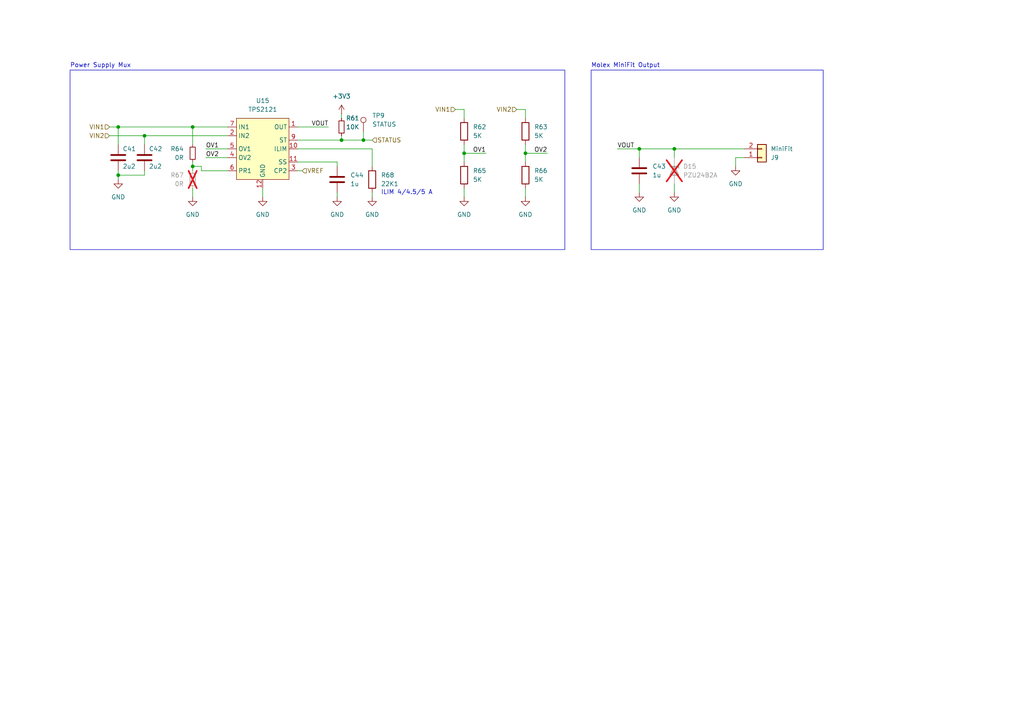
<source format=kicad_sch>
(kicad_sch (version 20250114) (generator "eeschema") (generator_version "9.0")
  (paper "A4")
  (lib_symbols
    (symbol "Connector:TestPoint" (pin_numbers (hide yes)) (pin_names (offset 0.762) (hide yes))
      (property "Reference" "TP" (at 0 6.858 0))
      (property "Value" "TestPoint" (at 0 5.08 0))
      (symbol "TestPoint_0_1"
        (circle (center 0 3.302) (radius 0.762))
      )
      (symbol "TestPoint_1_1"
        (pin passive line (at 0 0 90) (length 2.54) (name "1") (number "1"))
      )
    )
    (symbol "Connector_Generic:Conn_01x02" (pin_names (offset 1.016) (hide yes))
      (property "Reference" "J" (at 0 2.54 0))
      (property "Value" "Conn_01x02" (at 0 -5.08 0))
      (symbol "Conn_01x02_1_1"
        (rectangle (start -1.27 1.27) (end 1.27 -3.81) (stroke (width 0.254)) (fill (type background)))
        (rectangle (start -1.27 0.127) (end 0 -0.127) (stroke (width 0.1524)))
        (rectangle (start -1.27 -2.413) (end 0 -2.667) (stroke (width 0.1524)))
        (pin passive line (at -5.08 0 0) (length 3.81) (name "Pin_1") (number "1"))
        (pin passive line (at -5.08 -2.54 0) (length 3.81) (name "Pin_2") (number "2"))
      )
    )
    (symbol "Device:C" (pin_numbers (hide yes)) (pin_names (offset 0.254))
      (property "Reference" "C" (at 0.635 2.54 0))
      (property "Value" "C" (at 0.635 -2.54 0))
      (symbol "C_0_1"
        (polyline (pts (xy -2.032 0.762) (xy 2.032 0.762)) (stroke (width 0.508)))
        (polyline (pts (xy -2.032 -0.762) (xy 2.032 -0.762)) (stroke (width 0.508)))
      )
      (symbol "C_1_1"
        (pin passive line (at 0 3.81 270) (length 2.794) (name "~") (number "1"))
        (pin passive line (at 0 -3.81 90) (length 2.794) (name "~") (number "2"))
      )
    )
    (symbol "Device:D_Zener" (pin_numbers (hide yes)) (pin_names (offset 1.016) (hide yes))
      (property "Reference" "D" (at 0 2.54 0))
      (property "Value" "D_Zener" (at 0 -2.54 0))
      (symbol "D_Zener_0_1"
        (polyline (pts (xy -1.27 -1.27) (xy -1.27 1.27) (xy -0.762 1.27)) (stroke (width 0.254)))
        (polyline (pts (xy 1.27 0) (xy -1.27 0)))
        (polyline (pts (xy 1.27 -1.27) (xy 1.27 1.27) (xy -1.27 0) (xy 1.27 -1.27)) (stroke (width 0.254)))
      )
      (symbol "D_Zener_1_1"
        (pin passive line (at -3.81 0 0) (length 2.54) (name "K") (number "1"))
        (pin passive line (at 3.81 0 180) (length 2.54) (name "A") (number "2"))
      )
    )
    (symbol "Device:R" (pin_numbers (hide yes)) (pin_names (offset 0))
      (property "Reference" "R" (at 2.032 0 90))
      (property "Value" "R" (at 0 0 90))
      (symbol "R_0_1"
        (rectangle (start -1.016 -2.54) (end 1.016 2.54) (stroke (width 0.254)))
      )
      (symbol "R_1_1"
        (pin passive line (at 0 3.81 270) (length 1.27) (name "~") (number "1"))
        (pin passive line (at 0 -3.81 90) (length 1.27) (name "~") (number "2"))
      )
    )
    (symbol "Device:R_Small" (pin_numbers (hide yes)) (pin_names (offset 0.254) (hide yes))
      (property "Reference" "R" (at 0 0 90))
      (property "Value" "R_Small" (at 1.778 0 90))
      (symbol "R_Small_0_1"
        (rectangle (start -0.762 1.778) (end 0.762 -1.778) (stroke (width 0.2032)))
      )
      (symbol "R_Small_1_1"
        (pin passive line (at 0 2.54 270) (length 0.762) (name "~") (number "1"))
        (pin passive line (at 0 -2.54 90) (length 0.762) (name "~") (number "2"))
      )
    )
    (symbol "Power_Management_Extra:TPS2121"
      (property "Reference" "U" (at 0 12.192 0))
      (property "Value" "TPS2121" (at -0.508 10.16 0))
      (symbol "TPS2121_1_1"
        (rectangle (start -7.62 8.89) (end 7.62 -8.89) (fill (type background)))
        (pin power_in line (at -10.16 6.35 0) (length 2.54) (name "IN1") (number "7"))
        (pin power_in line (at -10.16 3.81 0) (length 2.54) (name "IN2") (number "2"))
        (pin input line (at -10.16 0 0) (length 2.54) (name "OV1") (number "5"))
        (pin input line (at -10.16 -2.54 0) (length 2.54) (name "OV2") (number "4"))
        (pin input line (at -10.16 -6.35 0) (length 2.54) (name "PR1") (number "6"))
        (pin power_in line (at 0 -11.43 90) (length 2.54) (name "GND") (number "12"))
        (pin power_out line (at 10.16 6.35 180) (length 2.54) (name "OUT") (number "1"))
        (pin power_out line (at 10.16 6.35 180) (length 2.54) (hide yes) (name "OUT") (number "8"))
        (pin output line (at 10.16 2.54 180) (length 2.54) (name "ST") (number "9"))
        (pin output line (at 10.16 0 180) (length 2.54) (name "ILIM") (number "10"))
        (pin output line (at 10.16 -3.81 180) (length 2.54) (name "SS") (number "11"))
        (pin input line (at 10.16 -6.35 180) (length 2.54) (name "CP2") (number "3"))
      )
    )
    (symbol "power:+3V3" (power) (pin_numbers (hide yes)) (pin_names (offset 0) (hide yes))
      (property "Value" "+3V3" (at 0 3.556 0))
      (symbol "+3V3_0_1"
        (polyline (pts (xy -0.762 1.27) (xy 0 2.54)))
        (polyline (pts (xy 0 2.54) (xy 0.762 1.27)))
        (polyline (pts (xy 0 0) (xy 0 2.54)))
      )
      (symbol "+3V3_1_1"
        (pin power_in line (at 0 0 90) (length 0) (name "~") (number "1"))
      )
    )
    (symbol "power:GND" (power) (pin_numbers (hide yes)) (pin_names (offset 0) (hide yes))
      (property "Value" "GND" (at 0 -3.81 0))
      (symbol "GND_0_1"
        (polyline (pts (xy 0 0) (xy 0 -1.27) (xy 1.27 -1.27) (xy 0 -2.54) (xy -1.27 -1.27) (xy 0 -1.27)))
      )
      (symbol "GND_1_1"
        (pin power_in line (at 0 0 270) (length 0) (name "~") (number "1"))
      )
    )
  )
  (rectangle (start 20.32 20.32) (end 163.83 72.39))
  (rectangle (start 171.45 20.32) (end 238.76 72.39))
  (text "Molex MiniFit Output" (at 171.45 19.05 0) (effects (font (size 1.27 1.27)) (justify left)))
  (text "Power Supply Mux" (at 20.32 19.05 0) (effects (font (size 1.27 1.27)) (justify left)))
  (text "ILIM 4/4.5/5 A" (at 110.49 55.88 0) (effects (font (size 1.27 1.27)) (justify left)))
  (junction (at 34.29 36.83))
  (junction (at 34.29 50.8))
  (junction (at 185.42 43.18))
  (junction (at 195.58 43.18))
  (junction (at 105.41 40.64))
  (junction (at 99.06 40.64))
  (junction (at 134.62 44.45))
  (junction (at 55.88 36.83))
  (junction (at 152.4 44.45))
  (junction (at 41.91 39.37))
  (junction (at 55.88 48.26))
  (wire (pts (xy 86.36 40.64) (xy 99.06 40.64)))
  (wire (pts (xy 76.2 54.61) (xy 76.2 57.15)))
  (wire (pts (xy 58.42 48.26) (xy 58.42 49.53)))
  (wire (pts (xy 31.75 36.83) (xy 34.29 36.83)))
  (wire (pts (xy 86.36 43.18) (xy 107.95 43.18)))
  (wire (pts (xy 99.06 40.64) (xy 105.41 40.64)))
  (wire (pts (xy 185.42 53.34) (xy 185.42 55.88)))
  (wire (pts (xy 185.42 43.18) (xy 185.42 45.72)))
  (wire (pts (xy 134.62 41.91) (xy 134.62 44.45)))
  (wire (pts (xy 152.4 44.45) (xy 152.4 46.99)))
  (wire (pts (xy 55.88 46.99) (xy 55.88 48.26)))
  (wire (pts (xy 41.91 50.8) (xy 41.91 49.53)))
  (wire (pts (xy 158.75 44.45) (xy 152.4 44.45)))
  (wire (pts (xy 97.79 46.99) (xy 97.79 48.26)))
  (wire (pts (xy 134.62 44.45) (xy 134.62 46.99)))
  (wire (pts (xy 59.69 45.72) (xy 66.04 45.72)))
  (wire (pts (xy 55.88 36.83) (xy 66.04 36.83)))
  (wire (pts (xy 195.58 43.18) (xy 195.58 45.72)))
  (wire (pts (xy 86.36 46.99) (xy 97.79 46.99)))
  (wire (pts (xy 105.41 40.64) (xy 107.95 40.64)))
  (wire (pts (xy 55.88 36.83) (xy 55.88 41.91)))
  (wire (pts (xy 152.4 31.75) (xy 152.4 34.29)))
  (wire (pts (xy 55.88 48.26) (xy 58.42 48.26)))
  (wire (pts (xy 149.86 31.75) (xy 152.4 31.75)))
  (wire (pts (xy 134.62 31.75) (xy 134.62 34.29)))
  (wire (pts (xy 195.58 53.34) (xy 195.58 55.88)))
  (wire (pts (xy 105.41 38.1) (xy 105.41 40.64)))
  (wire (pts (xy 99.06 33.02) (xy 99.06 34.29)))
  (wire (pts (xy 59.69 43.18) (xy 66.04 43.18)))
  (wire (pts (xy 213.36 48.26) (xy 213.36 45.72)))
  (wire (pts (xy 107.95 55.88) (xy 107.95 57.15)))
  (wire (pts (xy 213.36 45.72) (xy 215.9 45.72)))
  (wire (pts (xy 86.36 36.83) (xy 95.25 36.83)))
  (wire (pts (xy 34.29 49.53) (xy 34.29 50.8)))
  (wire (pts (xy 86.36 49.53) (xy 87.63 49.53)))
  (wire (pts (xy 41.91 39.37) (xy 41.91 41.91)))
  (wire (pts (xy 34.29 50.8) (xy 41.91 50.8)))
  (wire (pts (xy 34.29 36.83) (xy 55.88 36.83)))
  (wire (pts (xy 152.4 41.91) (xy 152.4 44.45)))
  (wire (pts (xy 132.08 31.75) (xy 134.62 31.75)))
  (wire (pts (xy 66.04 49.53) (xy 58.42 49.53)))
  (wire (pts (xy 195.58 43.18) (xy 215.9 43.18)))
  (wire (pts (xy 140.97 44.45) (xy 134.62 44.45)))
  (wire (pts (xy 152.4 54.61) (xy 152.4 57.15)))
  (wire (pts (xy 41.91 39.37) (xy 66.04 39.37)))
  (wire (pts (xy 99.06 39.37) (xy 99.06 40.64)))
  (wire (pts (xy 107.95 43.18) (xy 107.95 48.26)))
  (wire (pts (xy 31.75 39.37) (xy 41.91 39.37)))
  (wire (pts (xy 179.07 43.18) (xy 185.42 43.18)))
  (wire (pts (xy 185.42 43.18) (xy 195.58 43.18)))
  (wire (pts (xy 34.29 36.83) (xy 34.29 41.91)))
  (wire (pts (xy 55.88 48.26) (xy 55.88 49.53)))
  (wire (pts (xy 97.79 55.88) (xy 97.79 57.15)))
  (wire (pts (xy 134.62 54.61) (xy 134.62 57.15)))
  (wire (pts (xy 34.29 50.8) (xy 34.29 52.07)))
  (wire (pts (xy 55.88 54.61) (xy 55.88 57.15)))
  (label "OV2" (at 59.69 45.72 0))
  (label "OV1" (at 59.69 43.18 0))
  (label "OV2" (at 158.75 44.45 180))
  (label "OV1" (at 140.97 44.45 180))
  (label "VOUT" (at 95.25 36.83 180))
  (label "VOUT" (at 179.07 43.18 0))
  (hierarchical_label "VREF" (shape input) (at 87.63 49.53 0))
  (hierarchical_label "VIN2" (shape input) (at 31.75 39.37 180))
  (hierarchical_label "VIN1" (shape input) (at 31.75 36.83 180))
  (hierarchical_label "STATUS" (shape input) (at 107.95 40.64 0))
  (hierarchical_label "VIN1" (shape input) (at 132.08 31.75 180))
  (hierarchical_label "VIN2" (shape input) (at 149.86 31.75 180))
  (symbol (lib_id "power:GND") (at 76.2 57.15 0) (unit 1)
    (property "Reference" "#PWR0123" (effects (hide yes)))
    (property "Value" "GND" (at 76.2 62.23 0))
    (property "Description" "Power symbol creates a global label with name \"GND\" , ground" (effects (hide yes)))
    (instances (project "" (path "" (reference "#PWR0134") (unit 1)) (path "" (reference "#PWR0123") (unit 1))))
  )
  (symbol (lib_id "Device:D_Zener") (at 195.58 49.53 270) (unit 1) (dnp yes)
    (property "Reference" "D14" (at 198.12 48.2599 90) (effects (justify left)))
    (property "Value" "PZU24B2A" (at 198.12 50.7999 90) (effects (justify left)))
    (property "Footprint" "Diode_SMD:D_SOD-323F" (effects (hide yes)))
    (property "Description" "Zener diode" (effects (hide yes)))
    (instances (project "vrb" (path "" (reference "D15") (unit 1)) (path "" (reference "D14") (unit 1))))
  )
  (symbol (lib_id "Device:C") (at 185.42 49.53 0) (unit 1)
    (property "Reference" "C39" (at 189.23 48.2599 0) (effects (justify left)))
    (property "Value" "1u" (at 189.23 50.7999 0) (effects (justify left)))
    (property "Footprint" "Capacitor_SMD:C_0603_1608Metric" (effects (hide yes)))
    (property "Description" "Unpolarized capacitor" (effects (hide yes)))
    (instances (project "" (path "" (reference "C43") (unit 1)) (path "" (reference "C39") (unit 1))))
  )
  (symbol (lib_id "Device:R") (at 134.62 38.1 0) (unit 1)
    (property "Reference" "R54" (at 137.16 36.8299 0) (effects (justify left)))
    (property "Value" "5K" (at 137.16 39.3699 0) (effects (justify left)))
    (property "Footprint" "Resistor_SMD:R_0603_1608Metric" (effects (hide yes)))
    (property "Description" "Resistor" (effects (hide yes)))
    (instances (project "vrb" (path "" (reference "R62") (unit 1)) (path "" (reference "R54") (unit 1))))
  )
  (symbol (lib_id "Device:C") (at 41.91 45.72 0) (unit 1)
    (property "Reference" "C38" (at 43.18 43.18 0) (effects (justify left)))
    (property "Value" "2u2" (at 43.18 48.26 0) (effects (justify left)))
    (property "Footprint" "Capacitor_SMD:C_0603_1608Metric" (effects (hide yes)))
    (property "Description" "Unpolarized capacitor" (effects (hide yes)))
    (instances (project "vrb" (path "" (reference "C42") (unit 1)) (path "" (reference "C38") (unit 1))))
  )
  (symbol (lib_id "Device:R") (at 107.95 52.07 0) (unit 1)
    (property "Reference" "R60" (at 110.49 50.7999 0) (effects (justify left)))
    (property "Value" "22K1" (at 110.49 53.3399 0) (effects (justify left)))
    (property "Footprint" "Resistor_SMD:R_0603_1608Metric" (effects (hide yes)))
    (property "Description" "Resistor" (effects (hide yes)))
    (instances (project "" (path "" (reference "R68") (unit 1)) (path "" (reference "R60") (unit 1))))
  )
  (symbol (lib_id "Device:C") (at 97.79 52.07 0) (unit 1)
    (property "Reference" "C40" (at 101.6 50.7999 0) (effects (justify left)))
    (property "Value" "1u" (at 101.6 53.3399 0) (effects (justify left)))
    (property "Footprint" "Capacitor_SMD:C_0603_1608Metric" (effects (hide yes)))
    (property "Description" "Unpolarized capacitor" (effects (hide yes)))
    (instances (project "" (path "" (reference "C44") (unit 1)) (path "" (reference "C40") (unit 1))))
  )
  (symbol (lib_id "power:GND") (at 195.58 55.88 0) (unit 1)
    (property "Reference" "#PWR0121" (effects (hide yes)))
    (property "Value" "GND" (at 195.58 60.96 0))
    (property "Description" "Power symbol creates a global label with name \"GND\" , ground" (effects (hide yes)))
    (instances (project "vrb" (path "" (reference "#PWR0132") (unit 1)) (path "" (reference "#PWR0121") (unit 1))))
  )
  (symbol (lib_id "Device:R") (at 134.62 50.8 0) (unit 1)
    (property "Reference" "R57" (at 137.16 49.5299 0) (effects (justify left)))
    (property "Value" "5K" (at 137.16 52.0699 0) (effects (justify left)))
    (property "Footprint" "Resistor_SMD:R_0402_1005Metric" (effects (hide yes)))
    (property "Description" "Resistor" (effects (hide yes)))
    (instances (project "vrb" (path "" (reference "R65") (unit 1)) (path "" (reference "R57") (unit 1))))
  )
  (symbol (lib_id "Device:R") (at 152.4 50.8 0) (unit 1)
    (property "Reference" "R58" (at 154.94 49.5299 0) (effects (justify left)))
    (property "Value" "5K" (at 154.94 52.0699 0) (effects (justify left)))
    (property "Footprint" "Resistor_SMD:R_0402_1005Metric" (effects (hide yes)))
    (property "Description" "Resistor" (effects (hide yes)))
    (instances (project "vrb" (path "" (reference "R66") (unit 1)) (path "" (reference "R58") (unit 1))))
  )
  (symbol (lib_id "Connector_Generic:Conn_01x02") (at 220.98 45.72 0) (mirror x) (unit 1)
    (property "Reference" "J8" (at 223.52 45.7201 0) (effects (justify left)))
    (property "Value" "MiniFit" (at 223.52 43.1801 0) (effects (justify left)))
    (property "Footprint" "Connector_Molex:Molex_Mini-Fit_Jr_5569-02A2_2x01_P4.20mm_Horizontal" (effects (hide yes)))
    (property "Description" "Generic connector, single row, 01x02, script generated (kicad-library-utils/schlib/autogen/connector/)" (effects (hide yes)))
    (instances (project "" (path "" (reference "J9") (unit 1)) (path "" (reference "J8") (unit 1))))
  )
  (symbol (lib_id "power:GND") (at 34.29 52.07 0) (unit 1)
    (property "Reference" "#PWR0119" (effects (hide yes)))
    (property "Value" "GND" (at 34.29 57.15 0))
    (property "Description" "Power symbol creates a global label with name \"GND\" , ground" (effects (hide yes)))
    (instances (project "" (path "" (reference "#PWR0130") (unit 1)) (path "" (reference "#PWR0119") (unit 1))))
  )
  (symbol (lib_id "Power_Management_Extra:TPS2121") (at 76.2 43.18 0) (unit 1)
    (property "Reference" "U14" (at 76.2 29.21 0))
    (property "Value" "TPS2121" (at 76.2 31.75 0))
    (property "Footprint" "Package_DFN_QFN:Texas_VQFN-HR-12_2x2.5mm_P0.5mm" (effects (hide yes)))
    (property "Datasheet" "https://www.ti.com/lit/ds/symlink/tps2121.pdf" (effects (hide yes)))
    (property "Description" "2.7-V to 22-V, 56-mΩ, 4.5-A, power mux with seamless switchover" (effects (hide yes)))
    (instances (project "" (path "" (reference "U15") (unit 1)) (path "" (reference "U14") (unit 1))))
  )
  (symbol (lib_id "Device:C") (at 34.29 45.72 0) (unit 1)
    (property "Reference" "C37" (at 35.56 43.18 0) (effects (justify left)))
    (property "Value" "2u2" (at 35.56 48.26 0) (effects (justify left)))
    (property "Footprint" "Capacitor_SMD:C_0603_1608Metric" (effects (hide yes)))
    (property "Description" "Unpolarized capacitor" (effects (hide yes)))
    (instances (project "" (path "" (reference "C41") (unit 1)) (path "" (reference "C37") (unit 1))))
  )
  (symbol (lib_id "power:GND") (at 107.95 57.15 0) (unit 1)
    (property "Reference" "#PWR0125" (effects (hide yes)))
    (property "Value" "GND" (at 107.95 62.23 0))
    (property "Description" "Power symbol creates a global label with name \"GND\" , ground" (effects (hide yes)))
    (instances (project "vrb" (path "" (reference "#PWR0136") (unit 1)) (path "" (reference "#PWR0125") (unit 1))))
  )
  (symbol (lib_id "Device:R") (at 152.4 38.1 0) (unit 1)
    (property "Reference" "R55" (at 154.94 36.8299 0) (effects (justify left)))
    (property "Value" "5K" (at 154.94 39.3699 0) (effects (justify left)))
    (property "Footprint" "Resistor_SMD:R_0603_1608Metric" (effects (hide yes)))
    (property "Description" "Resistor" (effects (hide yes)))
    (instances (project "vrb" (path "" (reference "R63") (unit 1)) (path "" (reference "R55") (unit 1))))
  )
  (symbol (lib_id "Device:R_Small") (at 55.88 44.45 0) (mirror y) (unit 1)
    (property "Reference" "R56" (at 53.34 43.1799 0) (effects (justify left)))
    (property "Value" "0R" (at 53.34 45.7199 0) (effects (justify left)))
    (property "Footprint" "Resistor_SMD:R_0603_1608Metric" (effects (hide yes)))
    (property "Description" "Resistor, small symbol" (effects (hide yes)))
    (instances (project "vrb" (path "" (reference "R64") (unit 1)) (path "" (reference "R56") (unit 1))))
  )
  (symbol (lib_id "power:GND") (at 55.88 57.15 0) (unit 1)
    (property "Reference" "#PWR0122" (effects (hide yes)))
    (property "Value" "GND" (at 55.88 62.23 0))
    (property "Description" "Power symbol creates a global label with name \"GND\" , ground" (effects (hide yes)))
    (instances (project "vrb" (path "" (reference "#PWR0133") (unit 1)) (path "" (reference "#PWR0122") (unit 1))))
  )
  (symbol (lib_id "Connector:TestPoint") (at 105.41 38.1 0) (unit 1) (in_bom no)
    (property "Reference" "TP8" (at 107.95 33.5279 0) (effects (justify left)))
    (property "Value" "STATUS" (at 107.95 36.0679 0) (effects (justify left)))
    (property "Footprint" "TestPoint:TestPoint_Pad_1.0x1.0mm" (effects (hide yes)))
    (property "Description" "test point" (effects (hide yes)))
    (instances (project "" (path "" (reference "TP9") (unit 1)) (path "" (reference "TP8") (unit 1))))
  )
  (symbol (lib_id "Device:R_Small") (at 99.06 36.83 0) (unit 1)
    (property "Reference" "R53" (at 100.33 34.29 0) (effects (justify left)))
    (property "Value" "10K" (at 100.33 36.83 0) (effects (justify left)))
    (property "Footprint" "Resistor_SMD:R_0402_1005Metric" (effects (hide yes)))
    (property "Description" "Resistor, small symbol" (effects (hide yes)))
    (instances (project "vrb" (path "" (reference "R61") (unit 1)) (path "" (reference "R53") (unit 1))))
  )
  (symbol (lib_id "power:+3V3") (at 99.06 33.02 0) (unit 1)
    (property "Reference" "#PWR0117" (effects (hide yes)))
    (property "Value" "+3V3" (at 99.06 27.94 0))
    (property "Description" "Power symbol creates a global label with name \"+3V3\"" (effects (hide yes)))
    (instances (project "" (path "" (reference "#PWR0128") (unit 1)) (path "" (reference "#PWR0117") (unit 1))))
  )
  (symbol (lib_id "power:GND") (at 213.36 48.26 0) (unit 1)
    (property "Reference" "#PWR0118" (effects (hide yes)))
    (property "Value" "GND" (at 213.36 53.34 0))
    (property "Description" "Power symbol creates a global label with name \"GND\" , ground" (effects (hide yes)))
    (instances (project "" (path "" (reference "#PWR0129") (unit 1)) (path "" (reference "#PWR0118") (unit 1))))
  )
  (symbol (lib_id "power:GND") (at 134.62 57.15 0) (unit 1)
    (property "Reference" "#PWR0126" (effects (hide yes)))
    (property "Value" "GND" (at 134.62 62.23 0))
    (property "Description" "Power symbol creates a global label with name \"GND\" , ground" (effects (hide yes)))
    (instances (project "" (path "" (reference "#PWR0137") (unit 1)) (path "" (reference "#PWR0126") (unit 1))))
  )
  (symbol (lib_id "power:GND") (at 152.4 57.15 0) (unit 1)
    (property "Reference" "#PWR0127" (effects (hide yes)))
    (property "Value" "GND" (at 152.4 62.23 0))
    (property "Description" "Power symbol creates a global label with name \"GND\" , ground" (effects (hide yes)))
    (instances (project "vrb" (path "" (reference "#PWR0138") (unit 1)) (path "" (reference "#PWR0127") (unit 1))))
  )
  (symbol (lib_id "power:GND") (at 97.79 57.15 0) (unit 1)
    (property "Reference" "#PWR0124" (effects (hide yes)))
    (property "Value" "GND" (at 97.79 62.23 0))
    (property "Description" "Power symbol creates a global label with name \"GND\" , ground" (effects (hide yes)))
    (instances (project "vrb" (path "" (reference "#PWR0135") (unit 1)) (path "" (reference "#PWR0124") (unit 1))))
  )
  (symbol (lib_id "Device:R_Small") (at 55.88 52.07 0) (mirror y) (unit 1) (dnp yes)
    (property "Reference" "R59" (at 53.34 50.7999 0) (effects (justify left)))
    (property "Value" "0R" (at 53.34 53.3399 0) (effects (justify left)))
    (property "Footprint" "Resistor_SMD:R_0402_1005Metric" (effects (hide yes)))
    (property "Description" "Resistor, small symbol" (effects (hide yes)))
    (instances (project "" (path "" (reference "R67") (unit 1)) (path "" (reference "R59") (unit 1))))
  )
  (symbol (lib_id "power:GND") (at 185.42 55.88 0) (unit 1)
    (property "Reference" "#PWR0120" (effects (hide yes)))
    (property "Value" "GND" (at 185.42 60.96 0))
    (property "Description" "Power symbol creates a global label with name \"GND\" , ground" (effects (hide yes)))
    (instances (project "vrb" (path "" (reference "#PWR0131") (unit 1)) (path "" (reference "#PWR0120") (unit 1))))
  )
)
</source>
